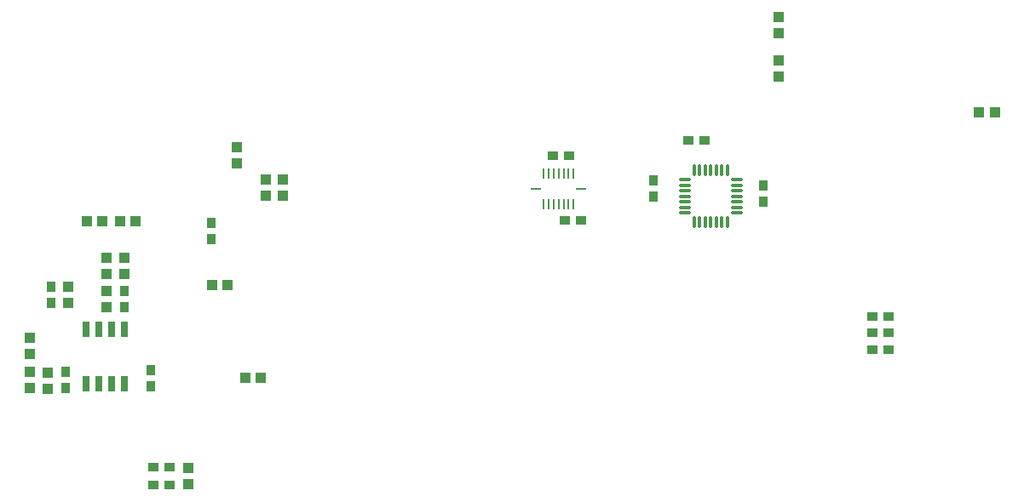
<source format=gtp>
G04*
G04 #@! TF.GenerationSoftware,Altium Limited,Altium Designer,19.1.5 (86)*
G04*
G04 Layer_Color=8421504*
%FSLAX25Y25*%
%MOIN*%
G70*
G01*
G75*
%ADD19R,0.03937X0.04134*%
%ADD20R,0.04134X0.03937*%
%ADD21R,0.03740X0.03937*%
%ADD22R,0.03937X0.03740*%
%ADD23R,0.02559X0.06004*%
%ADD24R,0.04000X0.00984*%
%ADD25R,0.00984X0.04000*%
%ADD26O,0.01300X0.04900*%
%ADD27O,0.04900X0.01300*%
D19*
X577500Y423150D02*
D03*
Y416850D02*
D03*
Y440150D02*
D03*
Y433850D02*
D03*
X291480Y294630D02*
D03*
Y300929D02*
D03*
X365480Y389079D02*
D03*
Y382780D02*
D03*
X376980Y376579D02*
D03*
Y370280D02*
D03*
X383480Y376429D02*
D03*
Y370130D02*
D03*
X321480Y339630D02*
D03*
Y345929D02*
D03*
X299480Y328130D02*
D03*
Y334429D02*
D03*
X346480Y257280D02*
D03*
Y263579D02*
D03*
X284480Y314429D02*
D03*
Y308130D02*
D03*
Y301079D02*
D03*
Y294780D02*
D03*
X314480Y326630D02*
D03*
Y332929D02*
D03*
Y345929D02*
D03*
Y339630D02*
D03*
D20*
X662150Y403000D02*
D03*
X655850D02*
D03*
X375130Y298780D02*
D03*
X368831D02*
D03*
X355831Y335280D02*
D03*
X362130D02*
D03*
X313130Y360280D02*
D03*
X306831D02*
D03*
X326130D02*
D03*
X319831D02*
D03*
D21*
X298480Y301280D02*
D03*
Y294980D02*
D03*
X571500Y367850D02*
D03*
Y374150D02*
D03*
X528500Y369850D02*
D03*
Y376150D02*
D03*
X331980Y301929D02*
D03*
Y295630D02*
D03*
X321480Y332929D02*
D03*
Y326630D02*
D03*
X355480Y353130D02*
D03*
Y359429D02*
D03*
X292980Y328130D02*
D03*
Y334429D02*
D03*
D22*
X542350Y392000D02*
D03*
X548650D02*
D03*
X614350Y316500D02*
D03*
X620650D02*
D03*
X614201Y310000D02*
D03*
X620500D02*
D03*
X614350Y323000D02*
D03*
X620650D02*
D03*
X332980Y256780D02*
D03*
X339280D02*
D03*
X332980Y263780D02*
D03*
X339280D02*
D03*
X489350Y386000D02*
D03*
X495650D02*
D03*
X493850Y360500D02*
D03*
X500150D02*
D03*
D23*
X321480Y317780D02*
D03*
X316480D02*
D03*
X311480D02*
D03*
X306480D02*
D03*
Y296425D02*
D03*
X311480D02*
D03*
X316480D02*
D03*
X321480D02*
D03*
D24*
X482577Y373001D02*
D03*
X500421Y373001D02*
D03*
D25*
X485594Y367032D02*
D03*
X487562D02*
D03*
X489531D02*
D03*
X491499D02*
D03*
X493468D02*
D03*
X495436D02*
D03*
X497405D02*
D03*
X497411Y378980D02*
D03*
X495442D02*
D03*
X493474D02*
D03*
X491505D02*
D03*
X489537D02*
D03*
X487568D02*
D03*
X485600D02*
D03*
D26*
X557500Y359800D02*
D03*
X555300D02*
D03*
X553200D02*
D03*
X551000D02*
D03*
X548800D02*
D03*
X546700D02*
D03*
X544500D02*
D03*
Y380200D02*
D03*
X546700D02*
D03*
X548800D02*
D03*
X551000D02*
D03*
X553200D02*
D03*
X555300D02*
D03*
X557500D02*
D03*
D27*
X540800Y363500D02*
D03*
Y365700D02*
D03*
Y367800D02*
D03*
Y370000D02*
D03*
Y372200D02*
D03*
Y374300D02*
D03*
Y376500D02*
D03*
X561200D02*
D03*
Y374300D02*
D03*
Y372200D02*
D03*
Y370000D02*
D03*
Y367800D02*
D03*
Y365700D02*
D03*
Y363500D02*
D03*
M02*

</source>
